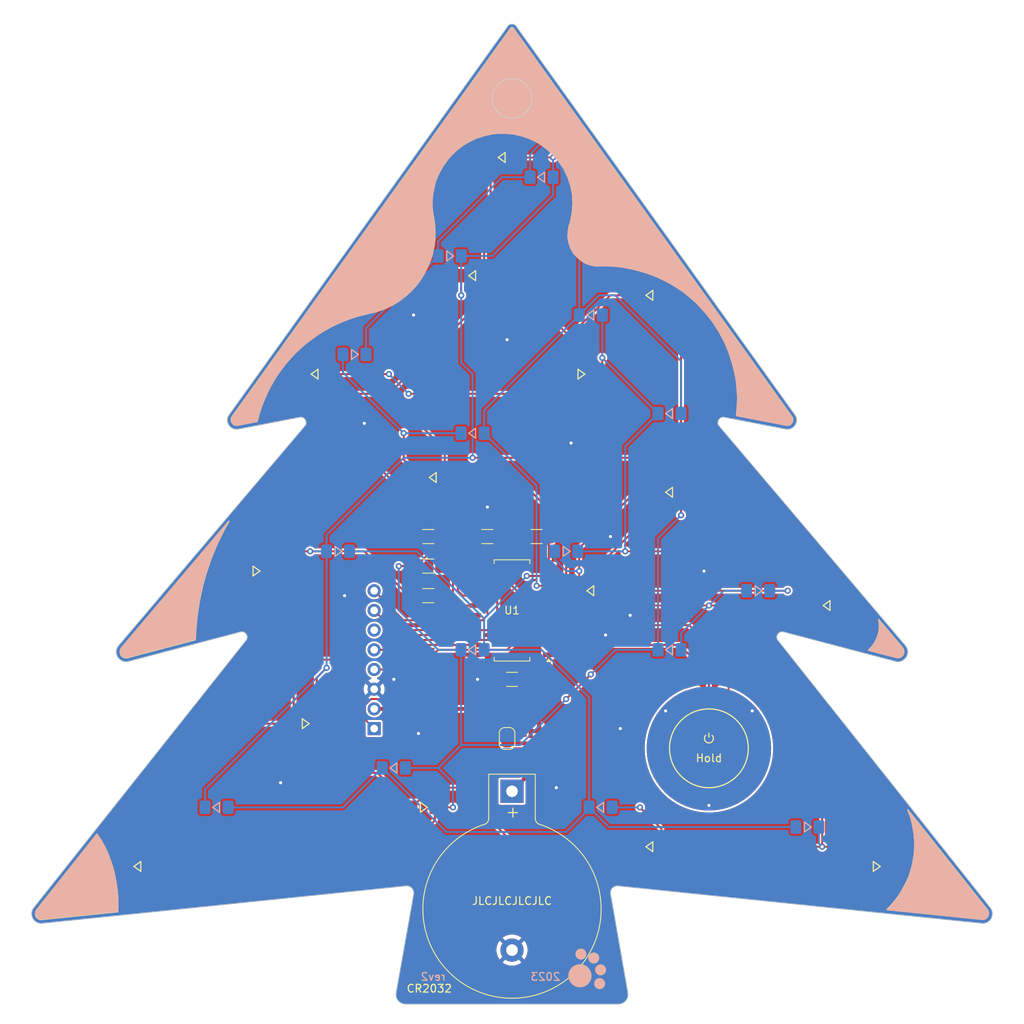
<source format=kicad_pcb>
(kicad_pcb (version 20241229) (generator "pcbnew") (generator_version "9.0")
  (layers (0 "F.Cu" signal) (2 "B.Cu" signal) (13 "F.Paste" user) (15 "B.Paste" user) (5 "F.SilkS" user "F.Silkscreen") (7 "B.SilkS" user "B.Silkscreen") (1 "F.Mask" user) (3 "B.Mask" user) (25 "Edge.Cuts" user))
  (net 0 "")
  (net 1 "VCC")
  (net 2 "GND")
  (net 3 "/VBATT")
  (net 4 "/ROW1")
  (net 5 "/C1")
  (net 6 "/C2")
  (net 7 "/C3")
  (net 8 "/TOUCH")
  (net 9 "/ROW2")
  (net 10 "/ROW3")
  (net 11 "/MCLR")
  (net 12 "/PGED")
  (net 14 "/PGEC")
  (net 15 "/COL1")
  (net 16 "/COL2")
  (net 17 "/COL3")
  (net 18 "/GRDA")
  (net 19 "/GRD")
  (net 20 "/GRDB")
  (net 23 "/TX{slash}SCL")
  (net 24 "/RX{slash}SDA")
  (net 25 "/COL4")
  (net 26 "/COL5")
  (footprint "Connector_PinHeader_2.54mm:PinHeader_1x08_P2.54mm_Vertical" (layer "F.Cu") (at 158.115 118.11 180)
    (property "Reference" "J1" (hide yes))
    (property "Value" "CONN_ICSP_UART")
  )
  (footprint "Package_SO:SO-20_12.8x7.5mm_P1.27mm" (layer "F.Cu") (at 175.895 102.87 180)
    (property "Reference" "U1")
    (property "Value" "PIC18F14 (SOP20/SSOP20)")
  )
  (footprint "Resistor_SMD:R_1206_3216Metric_Pad1.30x1.75mm_HandSolder" (layer "F.Cu") (at 165.1 97.155)
    (property "Reference" "R2" (hide yes))
    (property "Value" "68")
  )
  (footprint "WinterDeco:LED_1206_3216Metric_Pad1.42x1.75mm_Arrow_HandSolder" (layer "F.Cu") (at 127.635 135.89)
    (property "Reference" "DB23" (hide yes))
    (property "Value" "LED")
  )
  (footprint "WinterDeco:LED_1206_3216Metric_Pad1.42x1.75mm_Arrow_HandSolder" (layer "F.Cu") (at 164.465 128.27 180)
    (property "Reference" "DF23" (hide yes))
    (property "Value" "LED")
  )
  (footprint "WinterDeco:Touch Sensor Thin" (layer "F.Cu") (at 201.295 120.655 180)
    (property "Reference" "SW1" (hide yes))
    (property "Value" "TOUCH_SENSOR")
  )
  (footprint "Resistor_SMD:R_1206_3216Metric_Pad1.30x1.75mm_HandSolder" (layer "F.Cu") (at 179.07 93.345)
    (property "Reference" "R5" (hide yes))
    (property "Value" "4k7")
  )
  (footprint "WinterDeco:LED_1206_3216Metric_Pad1.42x1.75mm_Arrow_HandSolder" (layer "F.Cu") (at 165.735 85.725)
    (property "Reference" "DF21" (hide yes))
    (property "Value" "LED")
  )
  (footprint "Jumper:SolderJumper-2_P1.3mm_Open_RoundedPad1.0x1.5mm" (layer "F.Cu") (at 175.26 119.38 90)
    (property "Reference" "JP1" (hide yes))
    (property "Value" "JP_BYPASS_POLARITY_PROTECTION")
  )
  (footprint "WinterDeco:LED_1206_3216Metric_Pad1.42x1.75mm_Arrow_HandSolder" (layer "F.Cu") (at 184.785 72.39 180)
    (property "Reference" "DF31" (hide yes))
    (property "Value" "LED")
  )
  (footprint "WinterDeco:LED_1206_3216Metric_Pad1.42x1.75mm_Arrow_HandSolder" (layer "F.Cu") (at 174.625 44.45)
    (property "Reference" "DB11" (hide yes))
    (property "Value" "LED")
  )
  (footprint "Resistor_SMD:R_1206_3216Metric_Pad1.30x1.75mm_HandSolder" (layer "F.Cu") (at 165.1 100.965)
    (property "Reference" "R1" (hide yes))
    (property "Value" "68")
  )
  (footprint "WinterDeco:LED_1206_3216Metric_Pad1.42x1.75mm_Arrow_HandSolder" (layer "F.Cu") (at 170.815 59.69)
    (property "Reference" "DF11" (hide yes))
    (property "Value" "LED")
  )
  (footprint "WinterDeco:LED_1206_3216Metric_Pad1.42x1.75mm_Arrow_HandSolder" (layer "F.Cu") (at 142.875 97.79 180)
    (property "Reference" "DB13" (hide yes))
    (property "Value" "LED")
  )
  (footprint "WinterDeco:LED_1206_3216Metric_Pad1.42x1.75mm_Arrow_HandSolder" (layer "F.Cu") (at 186.055 100.33)
    (property "Reference" "DB12" (hide yes))
    (property "Value" "LED")
  )
  (footprint "Battery:BatteryHolder_Keystone_103_1x20mm" (layer "F.Cu") (at 175.895 126.195 -90)
    (property "Reference" "BT1")
    (property "Value" "CR2032")
  )
  (footprint "WinterDeco:LED_1206_3216Metric_Pad1.42x1.75mm_Arrow_HandSolder" (layer "F.Cu") (at 193.675 133.35)
    (property "Reference" "DB33" (hide yes))
    (property "Value" "LED")
  )
  (footprint "Capacitor_SMD:C_1206_3216Metric_Pad1.33x1.80mm_HandSolder" (layer "F.Cu") (at 175.895 111.76 180)
    (property "Reference" "C1" (hide yes))
    (property "Value" "100uF")
  )
  (footprint "WinterDeco:LED_1206_3216Metric_Pad1.42x1.75mm_Arrow_HandSolder" (layer "F.Cu") (at 216.535 102.235)
    (property "Reference" "DB32" (hide yes))
    (property "Value" "LED")
  )
  (footprint "WinterDeco:LED_1206_3216Metric_Pad1.42x1.75mm_Arrow_HandSolder" (layer "F.Cu") (at 193.675 62.23)
    (property "Reference" "DB21" (hide yes))
    (property "Value" "LED")
  )
  (footprint "Package_TO_SOT_SMD:SOT-23" (layer "F.Cu") (at 178.435 119.38 -90)
    (property "Reference" "Q1" (hide yes))
    (property "Value" "IRLML6402")
  )
  (footprint "Resistor_SMD:R_1206_3216Metric_Pad1.30x1.75mm_HandSolder" (layer "F.Cu") (at 165.1 93.345)
    (property "Reference" "R3" (hide yes))
    (property "Value" "68")
  )
  (footprint "WinterDeco:LED_1206_3216Metric_Pad1.42x1.75mm_Arrow_HandSolder" (layer "F.Cu") (at 222.885 135.89 180)
    (property "Reference" "DF33" (hide yes))
    (property "Value" "LED")
  )
  (footprint "WinterDeco:LED_1206_3216Metric_Pad1.42x1.75mm_Arrow_HandSolder" (layer "F.Cu") (at 150.495 72.39)
    (property "Reference" "DB31" (hide yes))
    (property "Value" "LED")
  )
  (footprint "WinterDeco:LED_1206_3216Metric_Pad1.42x1.75mm_Arrow_HandSolder" (layer "F.Cu") (at 196.215 87.63)
    (property "Reference" "DB22" (hide yes))
    (property "Value" "LED")
  )
  (footprint "WinterDeco:LED_1206_3216Metric_Pad1.42x1.75mm_Arrow_HandSolder" (layer "F.Cu") (at 149.225 117.475 180)
    (property "Reference" "DF13" (hide yes))
    (property "Value" "LED")
  )
  (footprint "Resistor_SMD:R_1206_3216Metric_Pad1.30x1.75mm_HandSolder" (layer "F.Cu") (at 172.72 93.345)
    (property "Reference" "R4" (hide yes))
    (property "Value" "3k3")
  )
  (footprint "WinterDeco:LED_1206_3216Metric_Pad1.42x1.75mm_Arrow_HandSolder" (layer "B.Cu") (at 160.655 123.19)
    (property "Reference" "DB25" (hide yes))
    (property "Value" "LED")
  )
  (footprint "WinterDeco:LED_1206_3216Metric_Pad1.42x1.75mm_Arrow_HandSolder" (layer "B.Cu") (at 153.4525 95.25 180)
    (property "Reference" "DB15" (hide yes))
    (property "Value" "LED")
  )
  (footprint "WinterDeco:LED_1206_3216Metric_Pad1.42x1.75mm_Arrow_HandSolder" (layer "B.Cu") (at 213.995 130.81 180)
    (property "Reference" "DF35" (hide yes))
    (property "Value" "LED")
  )
  (footprint "WinterDeco:LED_1206_3216Metric_Pad1.42x1.75mm_Arrow_HandSolder" (layer "B.Cu") (at 207.645 100.33 180)
    (property "Reference" "DF12" (hide yes))
    (property "Value" "LED")
  )
  (footprint "WinterDeco:LED_1206_3216Metric_Pad1.42x1.75mm_Arrow_HandSolder" (layer "B.Cu") (at 155.575 69.85 180)
    (property "Reference" "DB24" (hide yes))
    (property "Value" "LED")
  )
  (footprint "WinterDeco:LED_1206_3216Metric_Pad1.42x1.75mm_Arrow_HandSolder" (layer "B.Cu") (at 182.88 95.25 180)
    (property "Reference" "DF32" (hide yes))
    (property "Value" "LED")
  )
  (footprint "WinterDeco:LED_1206_3216Metric_Pad1.42x1.75mm_Arrow_HandSolder" (layer "B.Cu") (at 187.325 128.27)
    (property "Reference" "DB35" (hide yes))
    (property "Value" "LED")
  )
  (footprint "WinterDeco:LED_1206_3216Metric_Pad1.42x1.75mm_Arrow_HandSolder" (layer "B.Cu") (at 170.815 80.01)
    (property "Reference" "DF24" (hide yes))
    (property "Value" "LED")
  )
  (footprint "WinterDeco:LED_1206_3216Metric_Pad1.42x1.75mm_Arrow_HandSolder" (layer "B.Cu") (at 179.705 46.99)
    (property "Reference" "DB14" (hide yes))
    (property "Value" "LED")
  )
  (footprint "WinterDeco:LED_1206_3216Metric_Pad1.42x1.75mm_Arrow_HandSolder" (layer "B.Cu") (at 196.215 77.47)
    (property "Reference" "DF34" (hide yes))
    (property "Value" "LED")
  )
  (footprint "WinterDeco:LED_1206_3216Metric_Pad1.42x1.75mm_Arrow_HandSolder" (layer "B.Cu") (at 167.8575 57.15 180)
    (property "Reference" "DF14" (hide yes))
    (property "Value" "LED")
  )
  (footprint "WinterDeco:LED_1206_3216Metric_Pad1.42x1.75mm_Arrow_HandSolder" (layer "B.Cu") (at 137.795 128.27)
    (property "Reference" "DF15" (hide yes))
    (property "Value" "LED")
  )
  (footprint "WinterDeco:LED_1206_3216Metric_Pad1.42x1.75mm_Arrow_HandSolder" (layer "B.Cu") (at 186.055 64.77)
    (property "Reference" "DB34" (hide yes))
    (property "Value" "LED")
  )
  (footprint "WinterDeco:LED_1206_3216Metric_Pad1.42x1.75mm_Arrow_HandSolder" (layer "B.Cu") (at 196.215 107.95)
    (property "Reference" "DF22" (hide yes))
    (property "Value" "LED")
  )
  (footprint "WinterDeco:LED_1206_3216Metric_Pad1.42x1.75mm_Arrow_HandSolder" (layer "B.Cu") (at 170.815 107.95)
    (property "Reference" "DF25" (hide yes))
    (property "Value" "LED")
  )
  (gr_line (start 201.295 119.2072) (end 201.295 118.6992) (stroke (width 0.153)) (layer "F.SilkS"))
  (gr_poly (pts (xy 122.7074 132.2628) (xy 122.9868 132.72) (xy 123.2154 133.1264) (xy 123.4186 133.5074) (xy 123.5964 133.863) (xy 123.7742 134.2948) (xy 123.952 134.752) (xy 124.1298 135.2346) (xy 124.2568 135.6156) (xy 124.4092 136.0982) (xy 124.5362 136.5808) (xy 124.6632 137.1396) (xy 124.7648 137.6476) (xy 124.8664 138.2572) (xy 124.9426 138.7906) (xy 124.9934 139.2986) (xy 125.0442 139.9082) (xy 125.0696 140.4416) (xy 125.0696 141.3306) (xy 125.0442 141.737) (xy 115.3922 142.7276) (xy 115.1128 142.753) (xy 114.9096 142.7022) (xy 114.7572 142.626) (xy 114.6556 142.5498) (xy 114.554 142.4482) (xy 114.4778 142.2958) (xy 114.427 142.118) (xy 114.427 141.9402) (xy 114.4524 141.7878) (xy 114.554 141.5846) (xy 114.681 141.4068) (xy 122.3518 131.7548)) (stroke (width 0.15)) (fill yes) (layer "F.SilkS"))
  (gr_poly (pts (xy 138.684 92.6388) (xy 138.1252 93.7564) (xy 137.7696 94.5184) (xy 137.4394 95.3312) (xy 137.0838 96.1948) (xy 136.7282 97.2362) (xy 136.4996 97.922) (xy 136.2964 98.5824) (xy 136.0678 99.4206) (xy 135.8646 100.2588) (xy 135.6868 101.097) (xy 135.5344 101.8844) (xy 135.4328 102.5702) (xy 135.3058 103.383) (xy 135.2296 104.0942) (xy 135.1534 104.8816) (xy 135.1026 105.5928) (xy 135.0518 106.6596) (xy 126.5682 108.8948) (xy 126.3142 108.971) (xy 126.111 108.9964) (xy 125.9332 108.971) (xy 125.8062 108.9202) (xy 125.7046 108.8694) (xy 125.603 108.7932) (xy 125.5014 108.6916) (xy 125.4252 108.5646) (xy 125.3744 108.4122) (xy 125.349 108.2344) (xy 125.349 108.082) (xy 125.4252 107.8788) (xy 125.5268 107.7264) (xy 139.3698 91.3942)) (stroke (width 0.15)) (fill yes) (layer "F.SilkS"))
  (gr_circle (center 175.895 36.835) (end 179.07 36.835) (stroke (width 0.05)) (fill no) (layer "F.SilkS"))
  (gr_poly (pts (xy 176.020767 27.739745) (xy 176.071567 27.790545) (xy 211.860167 77.701545) (xy 212.037967 77.930145) (xy 212.088767 78.057145) (xy 212.114167 78.184145) (xy 212.114167 78.311145) (xy 212.088767 78.438145) (xy 212.037967 78.565145) (xy 211.961767 78.692145) (xy 211.860167 78.793745) (xy 211.733167 78.895345) (xy 211.580767 78.946145) (xy 211.428367 78.971545) (xy 211.275967 78.946145) (xy 204.849767 77.701545) (xy 204.951367 76.634745) (xy 205.002167 75.440945) (xy 204.951367 74.551945) (xy 204.849767 73.383545) (xy 204.671967 72.342145) (xy 204.341767 71.021345) (xy 203.884567 69.598945) (xy 203.376567 68.328945) (xy 202.614567 66.906545) (xy 201.852567 65.712745) (xy 200.912767 64.493545) (xy 199.769767 63.248945) (xy 198.829967 62.410745) (xy 197.940967 61.699545) (xy 196.975767 61.064545) (xy 195.934367 60.454945) (xy 194.638967 59.819945) (xy 193.445167 59.362745) (xy 192.276767 59.007145) (xy 191.133767 58.727745) (xy 189.660567 58.473745) (xy 188.034967 58.372145) (xy 187.196767 58.397545) (xy 186.714167 58.397545) (xy 186.104567 58.295945) (xy 185.469567 58.092745) (xy 184.859967 57.737145) (xy 184.326567 57.279945) (xy 183.869367 56.797345) (xy 183.437567 56.035345) (xy 183.208967 55.273345) (xy 183.107367 54.612945) (xy 183.132767 54.104945) (xy 183.234367 53.419145) (xy 183.488367 52.555545) (xy 183.691567 51.387145) (xy 183.767767 50.345745) (xy 183.691567 49.126545) (xy 183.488367 48.110545) (xy 183.107367 46.967545) (xy 182.599367 45.875345) (xy 182.040567 45.062545) (xy 181.380167 44.198945) (xy 180.516567 43.411545) (xy 179.779967 42.852745) (xy 179.322767 42.547945) (xy 178.840167 42.293945) (xy 178.154367 41.963745) (xy 177.214567 41.633545) (xy 176.096967 41.379545) (xy 175.080967 41.277945) (xy 174.191967 41.277945) (xy 173.379167 41.354145) (xy 172.236167 41.608145) (xy 171.321767 41.912945) (xy 170.458167 42.319345) (xy 169.975567 42.598745) (xy 169.518367 42.878145) (xy 168.756367 43.462345) (xy 168.095967 44.097345) (xy 167.638767 44.605345) (xy 167.029167 45.468945) (xy 166.495767 46.383345) (xy 166.063967 47.399345) (xy 165.860767 48.161345) (xy 165.682967 48.999545) (xy 165.581367 49.939345) (xy 165.581367 50.752145) (xy 165.632167 51.285545) (xy 165.733767 51.945945) (xy 165.835367 52.555545) (xy 165.911567 53.190545) (xy 165.962367 54.130345) (xy 165.936967 55.019345) (xy 165.835367 55.806745) (xy 165.606767 56.924345) (xy 165.378167 57.660945) (xy 165.098767 58.321345) (xy 164.692367 59.184945) (xy 164.260567 59.921545) (xy 163.955767 60.378745) (xy 163.523967 60.937545) (xy 162.888967 61.623345) (xy 162.279367 62.182145) (xy 161.796767 62.563145) (xy 161.339567 62.918745) (xy 160.552167 63.401345) (xy 159.840967 63.756945) (xy 159.307567 63.985545) (xy 158.316967 64.315745) (xy 157.554967 64.493545) (xy 155.929367 64.899945) (xy 155.421367 65.052345) (xy 154.760967 65.280945) (xy 153.694167 65.712745) (xy 152.754367 66.144545) (xy 151.560567 66.804945) (xy 150.874767 67.236745) (xy 150.620767 67.414545) (xy 150.061967 67.820945) (xy 149.452367 68.278145) (xy 149.071367 68.608345) (xy 148.537967 69.065545) (xy 147.979167 69.598945) (xy 147.471167 70.132345) (xy 146.734567 70.970545) (xy 145.972567 71.961145) (xy 145.540767 72.596145) (xy 145.261367 73.053345) (xy 144.804167 73.840745) (xy 144.550167 74.323345) (xy 144.397767 74.628145) (xy 144.118367 75.237745) (xy 143.788167 76.025145) (xy 143.483367 76.837945) (xy 143.254767 77.599945) (xy 143.026167 78.463545) (xy 140.536967 78.946145) (xy 140.359167 78.971545) (xy 140.232167 78.946145) (xy 140.054367 78.895345) (xy 139.927367 78.793745) (xy 139.825767 78.692145) (xy 139.724167 78.514345) (xy 139.673367 78.336545) (xy 139.673367 78.234945) (xy 139.698767 78.082545) (xy 139.774967 77.904745) (xy 175.665167 27.866745) (xy 175.741367 27.765145) (xy 175.792167 27.714345) (xy 175.868367 27.688945) (xy 175.919167 27.688945)) (stroke (width 0.15)) (fill yes) (layer "F.SilkS"))
  (gr_poly (pts (xy 237.133167 141.379345) (xy 237.285567 141.582545) (xy 237.336367 141.709545) (xy 237.361767 141.861945) (xy 237.361767 142.014345) (xy 237.310967 142.217545) (xy 237.260167 142.319145) (xy 237.133167 142.471545) (xy 237.006167 142.573145) (xy 236.853767 142.649345) (xy 236.675967 142.700145) (xy 236.421967 142.674745) (xy 224.280767 141.430145) (xy 224.890367 140.795145) (xy 225.576167 139.956945) (xy 226.084167 139.194945) (xy 226.592167 138.255145) (xy 227.074767 137.264545) (xy 227.379567 136.299345) (xy 227.608167 135.359545) (xy 227.760567 134.445145) (xy 227.836767 133.352945) (xy 227.811367 132.336945) (xy 227.735167 131.498745) (xy 227.531967 130.381145) (xy 227.303367 129.492145) (xy 226.947767 128.577745)) (stroke (width 0.15)) (fill yes) (layer "F.SilkS"))
  (gr_poly (pts (xy 226.160367 107.546545) (xy 226.287367 107.698945) (xy 226.363567 107.825945) (xy 226.414367 107.952945) (xy 226.439767 108.130745) (xy 226.439767 108.283145) (xy 226.388967 108.435545) (xy 226.338167 108.562545) (xy 226.261967 108.664145) (xy 226.185767 108.740345) (xy 226.084167 108.816545) (xy 225.982567 108.867345) (xy 225.855567 108.918145) (xy 225.652367 108.943545) (xy 225.499967 108.918145) (xy 225.398367 108.892745) (xy 221.893167 107.978345) (xy 222.223367 107.648145) (xy 222.426567 107.394145) (xy 222.629767 107.089345) (xy 222.883767 106.632145) (xy 223.061567 106.200345) (xy 223.188567 105.768545) (xy 223.264767 105.336745) (xy 223.290167 104.955745) (xy 223.290167 104.777945) (xy 223.264767 104.498545) (xy 223.239367 104.295345) (xy 223.188567 104.041345)) (stroke (width 0.15)) (fill yes) (layer "F.SilkS"))
  (gr_arc (start 201.7014 118.9786) (mid 201.295 119.959736) (end 200.8886 118.9786) (stroke (width 0.153)) (layer "F.SilkS"))
  (gr_poly (pts (xy 176.022 27.7926) (xy 176.0728 27.8434) (xy 211.8614 77.7544) (xy 212.0392 77.983) (xy 212.09 78.11) (xy 212.1154 78.237) (xy 212.1154 78.364) (xy 212.09 78.491) (xy 212.0392 78.618) (xy 211.963 78.745) (xy 211.8614 78.8466) (xy 211.7344 78.9482) (xy 211.582 78.999) (xy 211.4296 79.0244) (xy 211.2772 78.999) (xy 204.851 77.7544) (xy 204.9526 76.6876) (xy 205.0034 75.4938) (xy 204.9526 74.6048) (xy 204.851 73.4364) (xy 204.6732 72.395) (xy 204.343 71.0742) (xy 203.8858 69.6518) (xy 203.3778 68.3818) (xy 202.6158 66.9594) (xy 201.8538 65.7656) (xy 200.914 64.5464) (xy 199.771 63.3018) (xy 198.8312 62.4636) (xy 197.9422 61.7524) (xy 196.977 61.1174) (xy 195.9356 60.5078) (xy 194.6402 59.8728) (xy 193.4464 59.4156) (xy 192.278 59.06) (xy 191.135 58.7806) (xy 189.6618 58.5266) (xy 188.0362 58.425) (xy 187.198 58.4504) (xy 186.7154 58.4504) (xy 186.1058 58.3488) (xy 185.4708 58.1456) (xy 184.8612 57.79) (xy 184.3278 57.3328) (xy 183.8706 56.8502) (xy 183.4388 56.0882) (xy 183.2102 55.3262) (xy 183.1086 54.6658) (xy 183.134 54.1578) (xy 183.2356 53.472) (xy 183.4896 52.6084) (xy 183.6928 51.44) (xy 183.769 50.3986) (xy 183.6928 49.1794) (xy 183.4896 48.1634) (xy 183.1086 47.0204) (xy 182.6006 45.9282) (xy 182.0418 45.1154) (xy 181.3814 44.2518) (xy 180.5178 43.4644) (xy 179.7812 42.9056) (xy 179.324 42.6008) (xy 178.8414 42.3468) (xy 178.1556 42.0166) (xy 177.2158 41.6864) (xy 176.0982 41.4324) (xy 175.0822 41.3308) (xy 174.1932 41.3308) (xy 173.3804 41.407) (xy 172.2374 41.661) (xy 171.323 41.9658) (xy 170.4594 42.3722) (xy 169.9768 42.6516) (xy 169.5196 42.931) (xy 168.7576 43.5152) (xy 168.0972 44.1502) (xy 167.64 44.6582) (xy 167.0304 45.5218) (xy 166.497 46.4362) (xy 166.0652 47.4522) (xy 165.862 48.2142) (xy 165.6842 49.0524) (xy 165.5826 49.9922) (xy 165.5826 50.805) (xy 165.6334 51.3384) (xy 165.735 51.9988) (xy 165.8366 52.6084) (xy 165.9128 53.2434) (xy 165.9636 54.1832) (xy 165.9382 55.0722) (xy 165.8366 55.8596) (xy 165.608 56.9772) (xy 165.3794 57.7138) (xy 165.1 58.3742) (xy 164.6936 59.2378) (xy 164.2618 59.9744) (xy 163.957 60.4316) (xy 163.5252 60.9904) (xy 162.8902 61.6762) (xy 162.2806 62.235) (xy 161.798 62.616) (xy 161.3408 62.9716) (xy 160.5534 63.4542) (xy 159.8422 63.8098) (xy 159.3088 64.0384) (xy 158.3182 64.3686) (xy 157.5562 64.5464) (xy 155.9306 64.9528) (xy 155.4226 65.1052) (xy 154.7622 65.3338) (xy 153.6954 65.7656) (xy 152.7556 66.1974) (xy 151.5618 66.8578) (xy 150.876 67.2896) (xy 150.622 67.4674) (xy 150.0632 67.8738) (xy 149.4536 68.331) (xy 149.0726 68.6612) (xy 148.5392 69.1184) (xy 147.9804 69.6518) (xy 147.4724 70.1852) (xy 146.7358 71.0234) (xy 145.9738 72.014) (xy 145.542 72.649) (xy 145.2626 73.1062) (xy 144.8054 73.8936) (xy 144.5514 74.3762) (xy 144.399 74.681) (xy 144.1196 75.2906) (xy 143.7894 76.078) (xy 143.4846 76.8908) (xy 143.256 77.6528) (xy 143.0274 78.5164) (xy 140.5382 78.999) (xy 140.3604 79.0244) (xy 140.2334 78.999) (xy 140.0556 78.9482) (xy 139.9286 78.8466) (xy 139.827 78.745) (xy 139.7254 78.5672) (xy 139.6746 78.3894) (xy 139.6746 78.2878) (xy 139.7 78.1354) (xy 139.7762 77.9576) (xy 175.6664 27.9196) (xy 175.7426 27.818) (xy 175.7934 27.7672) (xy 175.8696 27.7418) (xy 175.9204 27.7418)) (stroke (width 0.15)) (fill yes) (layer "B.SilkS"))
  (gr_circle (center 184.658 149.992) (end 183.238097 149.992) (stroke (width 0.15)) (fill yes) (layer "B.SilkS"))
  (gr_poly (pts (xy 237.1344 141.4322) (xy 237.2868 141.6354) (xy 237.3376 141.7624) (xy 237.363 141.9148) (xy 237.363 142.0672) (xy 237.3122 142.2704) (xy 237.2614 142.372) (xy 237.1344 142.5244) (xy 237.0074 142.626) (xy 236.855 142.7022) (xy 236.6772 142.753) (xy 236.4232 142.7276) (xy 224.282 141.483) (xy 224.8916 140.848) (xy 225.5774 140.0098) (xy 226.0854 139.2478) (xy 226.5934 138.308) (xy 227.076 137.3174) (xy 227.3808 136.3522) (xy 227.6094 135.4124) (xy 227.7618 134.498) (xy 227.838 133.4058) (xy 227.8126 132.3898) (xy 227.7364 131.5516) (xy 227.5332 130.434) (xy 227.3046 129.545) (xy 226.949 128.6306)) (stroke (width 0.15)) (fill yes) (layer "B.SilkS"))
  (gr_poly (pts (xy 138.682767 92.585945) (xy 138.123967 93.703545) (xy 137.768367 94.465545) (xy 137.438167 95.278345) (xy 137.082567 96.141945) (xy 136.726967 97.183345) (xy 136.498367 97.869145) (xy 136.295167 98.529545) (xy 136.066567 99.367745) (xy 135.863367 100.205945) (xy 135.685567 101.044145) (xy 135.533167 101.831545) (xy 135.431567 102.517345) (xy 135.304567 103.330145) (xy 135.228367 104.041345) (xy 135.152167 104.828745) (xy 135.101367 105.539945) (xy 135.050567 106.606745) (xy 126.566967 108.841945) (xy 126.312967 108.918145) (xy 126.109767 108.943545) (xy 125.931967 108.918145) (xy 125.804967 108.867345) (xy 125.703367 108.816545) (xy 125.601767 108.740345) (xy 125.500167 108.638745) (xy 125.423967 108.511745) (xy 125.373167 108.359345) (xy 125.347767 108.181545) (xy 125.347767 108.029145) (xy 125.423967 107.825945) (xy 125.525567 107.673545) (xy 139.368567 91.341345)) (stroke (width 0.15)) (fill yes) (layer "B.SilkS"))
  (gr_poly (pts (xy 226.1616 107.5994) (xy 226.2886 107.7518) (xy 226.3648 107.8788) (xy 226.4156 108.0058) (xy 226.441 108.1836) (xy 226.441 108.336) (xy 226.3902 108.4884) (xy 226.3394 108.6154) (xy 226.2632 108.717) (xy 226.187 108.7932) (xy 226.0854 108.8694) (xy 225.9838 108.9202) (xy 225.8568 108.971) (xy 225.6536 108.9964) (xy 225.5012 108.971) (xy 225.3996 108.9456) (xy 221.8944 108.0312) (xy 222.2246 107.701) (xy 222.4278 107.447) (xy 222.631 107.1422) (xy 222.885 106.685) (xy 223.0628 106.2532) (xy 223.1898 105.8214) (xy 223.266 105.3896) (xy 223.2914 105.0086) (xy 223.2914 104.8308) (xy 223.266 104.5514) (xy 223.2406 104.3482) (xy 223.1898 104.0942)) (stroke (width 0.15)) (fill yes) (layer "B.SilkS"))
  (gr_poly (pts (xy 122.706167 132.209945) (xy 122.985567 132.667145) (xy 123.214167 133.073545) (xy 123.417367 133.454545) (xy 123.595167 133.810145) (xy 123.772967 134.241945) (xy 123.950767 134.699145) (xy 124.128567 135.181745) (xy 124.255567 135.562745) (xy 124.407967 136.045345) (xy 124.534967 136.527945) (xy 124.661967 137.086745) (xy 124.763567 137.594745) (xy 124.865167 138.204345) (xy 124.941367 138.737745) (xy 124.992167 139.245745) (xy 125.042967 139.855345) (xy 125.068367 140.388745) (xy 125.068367 141.277745) (xy 125.042967 141.684145) (xy 115.390967 142.674745) (xy 115.111567 142.700145) (xy 114.908367 142.649345) (xy 114.755967 142.573145) (xy 114.654367 142.496945) (xy 114.552767 142.395345) (xy 114.476567 142.242945) (xy 114.425767 142.065145) (xy 114.425767 141.887345) (xy 114.451167 141.734945) (xy 114.552767 141.531745) (xy 114.679767 141.353945) (xy 122.350567 131.701945)) (stroke (width 0.15)) (fill yes) (layer "B.SilkS"))
  (gr_circle (center 186.436 147.706) (end 185.801 147.706) (stroke (width 0.15)) (fill yes) (layer "B.SilkS"))
  (gr_circle (center 187.198 151.008) (end 186.563 151.008) (stroke (width 0.15)) (fill yes) (layer "B.SilkS"))
  (gr_circle (center 184.785 147.198) (end 184.15 147.198) (stroke (width 0.15)) (fill yes) (layer "B.SilkS"))
  (gr_circle (center 187.325 149.23) (end 186.69 149.23) (stroke (width 0.15)) (fill yes) (layer "B.SilkS"))
  (gr_line (start 236.601 143.261) (end 189.611 138.435) (stroke (width 0.1)) (layer "Edge.Cuts"))
  (gr_line (start 202.565 78.999) (end 226.695 107.447) (stroke (width 0.1)) (layer "Edge.Cuts"))
  (gr_line (start 139.319 77.729) (end 175.387 27.437) (stroke (width 0.1)) (layer "Edge.Cuts"))
  (gr_arc (start 175.387 27.437) (mid 175.895 27.22658) (end 176.403 27.437) (stroke (width 0.1)) (layer "Edge.Cuts"))
  (gr_line (start 211.191916 79.507) (end 203.327 77.983) (stroke (width 0.1)) (layer "Edge.Cuts"))
  (gr_arc (start 212.471 77.729) (mid 212.3948 79.023249) (end 211.191916 79.507) (stroke (width 0.1)) (layer "Edge.Cuts"))
  (gr_arc (start 188.634103 139.437966) (mid 188.86449 138.685121) (end 189.611 138.435) (stroke (width 0.1)) (layer "Edge.Cuts"))
  (gr_line (start 188.634103 139.437966) (end 190.856337 152.155933) (stroke (width 0.1)) (layer "Edge.Cuts"))
  (gr_arc (start 115.189 143.261) (mid 114.053077 142.558961) (end 114.173 141.229) (stroke (width 0.1)) (layer "Edge.Cuts"))
  (gr_arc (start 190.856337 152.155933) (mid 190.593144 153.210166) (end 189.611 153.675) (stroke (width 0.1)) (layer "Edge.Cuts"))
  (gr_arc (start 237.617 141.229) (mid 237.736923 142.558961) (end 236.601 143.261) (stroke (width 0.1)) (layer "Edge.Cuts"))
  (gr_arc (start 140.598084 79.507) (mid 139.395167 79.023273) (end 139.319 77.729) (stroke (width 0.1)) (layer "Edge.Cuts"))
  (gr_arc (start 126.365 109.479) (mid 125.032159 108.899142) (end 125.095 107.447) (stroke (width 0.1)) (layer "Edge.Cuts"))
  (gr_arc (start 226.695 107.447) (mid 226.757824 108.899132) (end 225.425 109.479) (stroke (width 0.1)) (layer "Edge.Cuts"))
  (gr_line (start 125.095 107.447) (end 149.225 78.999) (stroke (width 0.1)) (layer "Edge.Cuts"))
  (gr_arc (start 162.179 153.675) (mid 161.196856 153.210166) (end 160.933663 152.155933) (stroke (width 0.1)) (layer "Edge.Cuts"))
  (gr_arc (start 210.185 106.685) (mid 210.207748 105.908344) (end 210.947 105.669) (stroke (width 0.1)) (layer "Edge.Cuts"))
  (gr_line (start 176.403 27.437) (end 212.471 77.729) (stroke (width 0.1)) (layer "Edge.Cuts"))
  (gr_line (start 225.425 109.479) (end 210.947 105.669) (stroke (width 0.1)) (layer "Edge.Cuts"))
  (gr_line (start 189.611 153.675) (end 162.179 153.675) (stroke (width 0.1)) (layer "Edge.Cuts"))
  (gr_arc (start 148.463 77.983) (mid 149.184685 78.235486) (end 149.225 78.999) (stroke (width 0.1)) (layer "Edge.Cuts"))
  (gr_arc (start 162.179 138.435) (mid 162.944192 138.685808) (end 163.195 139.451) (stroke (width 0.1)) (layer "Edge.Cuts"))
  (gr_line (start 140.843 105.669) (end 126.365 109.479) (stroke (width 0.1)) (layer "Edge.Cuts"))
  (gr_circle (center 175.895 36.835) (end 175.895 39.375) (stroke (width 0.1)) (fill no) (layer "Edge.Cuts"))
  (gr_arc (start 202.565 78.999) (mid 202.605315 78.235486) (end 203.327 77.983) (stroke (width 0.1)) (layer "Edge.Cuts"))
  (gr_line (start 210.185 106.685) (end 237.617 141.229) (stroke (width 0.1)) (layer "Edge.Cuts"))
  (gr_line (start 148.463 77.983) (end 140.598084 79.507) (stroke (width 0.1)) (layer "Edge.Cuts"))
  (gr_line (start 114.173 141.229) (end 141.605 106.685) (stroke (width 0.1)) (layer "Edge.Cuts"))
  (gr_line (start 160.933663 152.155933) (end 163.195 139.451) (stroke (width 0.1)) (layer "Edge.Cuts"))
  (gr_line (start 162.179 138.435) (end 115.189 143.261) (stroke (width 0.1)) (layer "Edge.Cuts"))
  (gr_arc (start 140.843 105.669) (mid 141.582312 105.908299) (end 141.605 106.685) (stroke (width 0.1)) (layer "Edge.Cuts"))
  (gr_text "JLCJLCJLCJLC" (at 175.895 140.34 0) (layer "F.SilkS") (effects (font (size 1 1) (thickness 0.153))))
  (gr_text "CR2032" (at 165.227 151.643 0) (layer "F.SilkS") (effects (font (size 1 1) (thickness 0.153))))
  (gr_text "Hold" (at 201.295 121.925 0) (layer "F.SilkS") (effects (font (size 1 1) (thickness 0.153))))
  (gr_text "2023" (at 180.213 150.119 0) (layer "B.SilkS") (effects (font (size 1 1) (thickness 0.153)) (justify mirror)))
  (gr_text "rev2" (at 165.735 150.119 0) (layer "B.SilkS") (effects (font (size 1 1) (thickness 0.153)) (justify mirror)))
  (segment (start 177.485 111.7875) (end 177.4575 111.76) (width 0.5) (layer "F.Cu") (net 1))
  (segment (start 177.485 118.4425) (end 177.485 111.7875) (width 0.5) (layer "F.Cu") (net 1))
  (segment (start 177.1975 118.745) (end 177.485 118.4575) (width 0.5) (layer "F.Cu") (net 1))
  (segment (start 177.4575 111.76) (end 173.6475 115.57) (width 0.5) (layer "F.Cu") (net 1))
  (segment (start 179.07 111.76) (end 180.645 110.185) (width 0.5) (layer "F.Cu") (net 1))
  (segment (start 173.6475 115.57) (end 158.115 115.57) (width 0.5) (layer "F.Cu") (net 1))
  (segment (start 180.645 110.185) (end 180.645 108.585) (width 0.5) (layer "F.Cu") (net 1))
  (segment (start 177.4575 111.76) (end 179.07 111.76) (width 0.5) (layer "F.Cu") (net 1))
  (segment (start 175.26 118.745) (end 177.1975 118.745) (width 0.5) (layer "F.Cu") (net 1))
  (via (at 172.72 89.535) (size 0.8) (drill 0.4) (layers "F.Cu" "B.Cu") (net 2))
  (via (at 154.305 100.965) (size 0.8) (drill 0.4) (layers "F.Cu" "B.Cu") (net 2))
  (via (at 175.26 67.945) (size 0.8) (drill 0.4) (layers "F.Cu" "B.Cu") (net 2))
  (via (at 146.05 125.095) (size 0.8) (drill 0.4) (layers "F.Cu" "B.Cu") (net 2))
  (via (at 187.96 106.045) (size 0.8) (drill 0.4) (layers "F.Cu" "B.Cu") (net 2))
  (via (at 160.655 111.76) (size 0.8) (drill 0.4) (layers "F.Cu" "B.Cu") (net 2))
  (via (at 171.45 111.76) (size 0.8) (drill 0.4) (layers "F.Cu" "B.Cu") (net 2))
  (via (at 200.66 97.79) (size 0.8) (drill 0.4) (layers "F.Cu" "B.Cu") (net 2))
  (via (at 163.195 64.77) (size 0.8) (drill 0.4) (layers "F.Cu" "B.Cu") (net 2))
  (via (at 156.845 78.74) (size 0.8) (drill 0.4) (layers "F.Cu" "B.Cu") (net 2))
  (via (at 163.83 118.745) (size 0.8) (drill 0.4) (layers "F.Cu" "B.Cu") (net 2))
  (via (at 191.135 103.505) (size 0.8) (drill 0.4) (layers "F.Cu" "B.Cu") (net 2))
  (via (at 188.595 93.345) (size 0.8) (drill 0.4) (layers "F.Cu" "B.Cu") (net 2))
  (via (at 183.515 81.28) (size 0.8) (drill 0.4) (layers "F.Cu" "B.Cu") (net 2))
  (via (at 181.61 125.73) (size 0.8) (drill 0.4) (layers "F.Cu" "B.Cu") (net 2))
  (via (at 189.865 118.11) (size 0.8) (drill 0.4) (layers "F.Cu" "B.Cu") (net 2))
  (segment (start 175.895 126.182583) (end 178.435 123.642583) (width 0.5) (layer "F.Cu") (net 3))
  (segment (start 178.435 120.3175) (end 178.1325 120.015) (width 0.5) (layer "F.Cu") (net 3))
  (segment (start 178.435 123.642583) (end 178.435 120.3175) (width 0.5) (layer "F.Cu") (net 3))
  (segment (start 178.1325 120.015) (end 175.26 120.015) (width 0.5) (layer "F.Cu") (net 3))
  (segment (start 171.145 103.505) (end 169.19 103.505) (width 0.25) (layer "F.Cu") (net 4))
  (segment (start 169.19 103.505) (end 166.65 100.965) (width 0.25) (layer "F.Cu") (net 4))
  (segment (start 151.9825 110.2725) (end 150.7125 111.5425) (width 0.25) (layer "F.Cu") (net 5))
  (segment (start 149.86 95.25) (end 142.24 95.25) (width 0.25) (layer "F.Cu") (net 5))
  (segment (start 193.675 83.185) (end 196.215 85.725) (width 0.25) (layer "F.Cu") (net 5))
  (segment (start 141.3875 96.1025) (end 141.3875 97.79) (width 0.25) (layer "F.Cu") (net 5))
  (segment (start 162.56 100.965) (end 156.845 95.25) (width 0.25) (layer "F.Cu") (net 5))
  (segment (start 156.845 95.25) (end 149.86 95.25) (width 0.25) (layer "F.Cu") (net 5))
  (segment (start 142.24 95.25) (end 141.3875 96.1025) (width 0.25) (layer "F.Cu") (net 5))
  (segment (start 150.7125 111.5425) (end 150.7125 117.475) (width 0.25) (layer "F.Cu") (net 5))
  (segment (start 187.5425 100.33) (end 211.455 100.33) (width 0.25) (layer "F.Cu") (net 5))
  (segment (start 181.1925 44.45) (end 176.1125 44.45) (width 0.25) (layer "F.Cu") (net 5))
  (segment (start 170.815 83.185) (end 193.675 83.185) (width 0.25) (layer "F.Cu") (net 5))
  (segment (start 169.345 62.23) (end 169.3275 62.2125) (width 0.25) (layer "F.Cu") (net 5))
  (segment (start 169.3275 62.2125) (end 169.3275 59.69) (width 0.25) (layer "F.Cu") (net 5))
  (segment (start 196.215 85.725) (end 196.215 87.97939) (width 0.25) (layer "F.Cu") (net 5))
  (segment (start 187.5425 96.65189) (end 187.5425 100.33) (width 0.25) (layer "F.Cu") (net 5))
  (segment (start 163.55 100.965) (end 162.56 100.965) (width 0.25) (layer "F.Cu") (net 5))
  (segment (start 196.215 87.97939) (end 187.5425 96.65189) (width 0.25) (layer "F.Cu") (net 5))
  (via (at 211.455 100.33) (size 0.8) (drill 0.4) (layers "F.Cu" "B.Cu") (net 5))
  (via (at 151.9825 110.2725) (size 0.8) (drill 0.4) (layers "F.Cu" "B.Cu") (net 5))
  (via (at 170.815 83.185) (size 0.8) (drill 0.4) (layers "F.Cu" "B.Cu") (net 5))
  (via (at 149.86 95.25) (size 0.8) (drill 0.4) (layers "F.Cu" "B.Cu") (net 5))
  (via (at 169.345 62.23) (size 0.8) (drill 0.4) (layers "F.Cu" "B.Cu") (net 5))
  (via (at 181.1925 44.45) (size 0.8) (drill 0.4) (layers "F.Cu" "B.Cu") (net 5))
  (segment (start 161.925 83.185) (end 151.9825 93.1275) (width 0.25) (layer "B.Cu") (net 5))
  (segment (start 170.815 83.185) (end 170.815 72.39) (width 0.25) (layer "B.Cu") (net 5))
  (segment (start 136.3075 128.27) (end 136.3075 125.9475) (width 0.25) (layer "B.Cu") (net 5))
  (segment (start 173.355 57.15) (end 181.1925 49.3125) (width 0.25) (layer "B.Cu") (net 5))
  (segment (start 151.9825 93.1275) (end 151.9825 110.2725) (width 0.25) (layer "B.Cu") (net 5))
  (segment (start 136.3075 125.9475) (end 151.9825 110.2725) (width 0.25) (layer "B.Cu") (net 5))
  (segment (start 173.355 57.15) (end 169.345 57.15) (width 0.25) (layer "B.Cu") (net 5))
  (segment (start 181.1925 46.99) (end 181.1925 44.45) (width 0.25) (layer "B.Cu") (net 5))
  (segment (start 170.815 83.185) (end 161.925 83.185) (width 0.25) (layer "B.Cu") (net 5))
  (segment (start 170.815 72.39) (end 169.345 70.92) (width 0.25) (layer "B.Cu") (net 5))
  (segment (start 181.1925 49.3125) (end 181.1925 46.99) (width 0.25) (layer "B.Cu") (net 5))
  (segment (start 149.86 95.25) (end 151.965 95.25) (width 0.25) (layer "B.Cu") (net 5))
  (segment (start 169.345 70.92) (end 169.345 62.23) (width 0.25) (layer "B.Cu") (net 5))
  (segment (start 169.345 62.23) (end 169.345 57.15) (width 0.25) (layer "B.Cu") (net 5))
  (segment (start 211.455 100.33) (end 209.1325 100.33) (width 0.25) (layer "B.Cu") (net 5))
  (segment (start 165.9525 129.9575) (end 165.9525 128.27) (width 0.25) (layer "F.Cu") (net 6))
  (segment (start 163.55 97.155) (end 161.29 97.155) (width 0.25) (layer "F.Cu") (net 6))
  (segment (start 197.7025 87.63) (end 197.7025 64.77) (width 0.25) (layer "F.Cu") (net 6))
  (segment (start 161.925 83.4025) (end 164.2475 85.725) (width 0.25) (layer "F.Cu") (net 6))
  (segment (start 197.7025 64.77) (end 195.1625 62.23) (width 0.25) (layer "F.Cu") (net 6))
  (segment (start 197.7025 87.63) (end 197.7025 90.5875) (width 0.25) (layer "F.Cu") (net 6))
  (segment (start 165.1 95.605) (end 165.1 88.4825) (width 0.25) (layer "F.Cu") (net 6))
  (segment (start 131.445 135.89) (end 135.89 131.445) (width 0.25) (layer "F.Cu") (net 6))
  (segment (start 161.925 80.01) (end 161.925 83.4025) (width 0.25) (layer "F.Cu") (net 6))
  (segment (start 164.2475 87.63) (end 164.2475 85.725) (width 0.25) (layer "F.Cu") (net 6))
  (segment (start 135.89 131.445) (end 164.465 131.445) (width 0.25) (layer "F.Cu") (net 6))
  (segment (start 186.055 111.125) (end 182.88 114.3) (width 0.25) (layer "F.Cu") (net 6))
  (segment (start 168.275 128.27) (end 165.9525 128.27) (width 0.25) (layer "F.Cu") (net 6))
  (segment (start 165.1 88.4825) (end 164.2475 87.63) (width 0.25) (layer "F.Cu") (net 6))
  (segment (start 163.55 97.155) (end 165.1 95.605) (width 0.25) (layer "F.Cu") (net 6))
  (segment (start 195.199 62.2715) (end 195.1625 62.235) (width 0.25) (layer "F.Cu") (net 6))
  (segment (start 129.1225 135.89) (end 131.445 135.89) (width 0.25) (layer "F.Cu") (net 6))
  (segment (start 164.465 131.445) (end 165.9525 129.9575) (width 0.25) (layer "F.Cu") (net 6))
  (via (at 168.275 128.27) (size 0.8) (drill 0.4) (layers "F.Cu" "B.Cu") (net 6))
  (via (at 182.88 114.3) (size 0.8) (drill 0.4) (layers "F.Cu" "B.Cu") (net 6))
  (via (at 197.7025 90.5875) (size 0.8) (drill 0.4) (layers "F.Cu" "B.Cu") (net 6))
  (via (at 161.29 97.155) (size 0.8) (drill 0.4) (layers "F.Cu" "B.Cu") (net 6))
  (via (at 186.055 111.125) (size 0.8) (drill 0.4) (layers "F.Cu" "B.Cu") (net 6))
  (via (at 161.925 80.01) (size 0.8) (drill 0.4) (layers "F.Cu" "B.Cu") (net 6))
  (segment (start 166.37 123.19) (end 168.275 125.095) (width 0.25) (layer "B.Cu") (net 6))
  (segment (start 166.37 107.95) (end 161.29 102.87) (width 0.25) (layer "B.Cu") (net 6))
  (segment (start 154.0875 72.1725) (end 154.0875 69.85) (width 0.25) (layer "B.Cu") (net 6))
  (segment (start 162.1425 123.19) (end 166.37 123.19) (width 0.25) (layer "B.Cu") (net 6))
  (segment (start 189.23 107.95) (end 186.055 111.125) (width 0.25) (layer "B.Cu") (net 6))
  (segment (start 161.29 102.87) (end 161.29 97.155) (width 0.25) (layer "B.Cu") (net 6))
  (segment (start 161.925 80.01) (end 154.0875 72.1725) (width 0.25) (layer "B.Cu") (net 6))
  (segment (start 169.3275 80.01) (end 161.925 80.01) (width 0.25) (layer "B.Cu") (net 6))
  (segment (start 169.3275 107.95) (end 166.37 107.95) (width 0.25) (layer "B.Cu") (net 6))
  (segment (start 194.7275 107.95) (end 189.23 107.95) (width 0.25) (layer "B.Cu") (net 6))
  (segment (start 182.88 114.3) (end 176.9475 120.2325) (width 0.25) (layer "B.Cu") (net 6))
  (segment (start 194.7275 93.5625) (end 194.7275 107.95) (width 0.25) (layer "B.Cu") (net 6))
  (segment (start 168.275 125.095) (end 168.275 128.27) (width 0.25) (layer "B.Cu") (net 6))
  (segment (start 166.37 123.19) (end 169.3275 120.2325) (width 0.25) (layer "B.Cu") (net 6))
  (segment (start 176.9475 120.2325) (end 169.3275 120.2325) (width 0.25) (layer "B.Cu") (net 6))
  (segment (start 169.3275 120.2325) (end 169.3275 107.95) (width 0.25) (layer "B.Cu") (net 6))
  (segment (start 197.7025 90.5875) (end 194.7275 93.5625) (width 0.25) (layer "B.Cu") (net 6))
  (segment (start 150.495 69.215) (end 151.9825 70.7025) (width 0.25) (layer "F.Cu") (net 7))
  (segment (start 147.955 75.565) (end 146.685 74.295) (width 0.25) (layer "F.Cu") (net 7))
  (segment (start 217.3875 104.14) (end 218.0225 103.505) (width 0.25) (layer "F.Cu") (net 7))
  (segment (start 223.52 133.35) (end 224.3725 134.2025) (width 0.25) (layer "F.Cu") (net 7))
  (segment (start 218.0225 103.505) (end 218.0225 102.235) (width 0.25) (layer "F.Cu") (net 7))
  (segment (start 146.685 74.295) (end 146.685 70.485) (width 0.25) (layer "F.Cu") (net 7))
  (segment (start 185.42 74.93) (end 186.2725 74.0775) (width 0.25) (layer "F.Cu") (net 7))
  (segment (start 224.3725 134.2025) (end 224.3725 135.89) (width 0.25) (layer "F.Cu") (net 7))
  (segment (start 195.1625 133.35) (end 195.1625 131.0275) (width 0.25) (layer "F.Cu") (net 7))
  (segment (start 195.1625 131.0275) (end 192.405 128.27) (width 0.25) (layer "F.Cu") (net 7))
  (segment (start 215.9 133.35) (end 215.9 118.11) (width 0.25) (layer "F.Cu") (net 7))
  (segment (start 195.1625 133.35) (end 215.9 133.35) (width 0.25) (layer "F.Cu") (net 7))
  (segment (start 151.9825 70.7025) (end 151.9825 72.39) (width 0.25) (layer "F.Cu") (net 7))
  (segment (start 186.2725 72.39) (end 187.5425 71.12) (width 0.25) (layer "F.Cu") (net 7))
  (segment (start 215.9 133.35) (end 223.52 133.35) (width 0.25) (layer "F.Cu") (net 7))
  (segment (start 187.5425 71.12) (end 187.5425 70.285) (width 0.25) (layer "F.Cu") (net 7))
  (segment (start 208.28 106.045) (end 210.185 104.14) (width 0.25) (layer "F.Cu") (net 7))
  (segment (start 146.685 70.485) (end 147.955 69.215) (width 0.25) (layer "F.Cu") (net 7))
  (segment (start 218.0225 100.5475) (end 212.725 95.25) (width 0.25) (layer "F.Cu") (net 7))
  (segment (start 208.28 110.49) (end 208.28 106.045) (width 0.25) (layer "F.Cu") (net 7))
  (segment (start 163.55 89.255) (end 149.86 75.565) (width 0.25) (layer "F.Cu") (net 7))
  (segment (start 218.0225 102.235) (end 218.0225 100.5475) (width 0.25) (layer "F.Cu") (net 7))
  (segment (start 149.86 75.565) (end 147.955 75.565) (width 0.25) (layer "F.Cu") (net 7))
  (segment (start 210.185 104.14) (end 217.3875 104.14) (width 0.25) (layer "F.Cu") (net 7))
  (segment (start 162.56 74.93) (end 185.42 74.93) (width 0.25) (layer "F.Cu") (net 7))
  (segment (start 160.02 72.39) (end 151.9825 72.39) (width 0.25) (layer "F.Cu") (net 7))
  (segment (start 163.55 93.345) (end 163.55 89.255) (width 0.25) (layer "F.Cu") (net 7))
  (segment (start 147.955 69.215) (end 150.495 69.215) (width 0.25) (layer "F.Cu") (net 7))
  (segment (start 212.725 95.25) (end 190.5 95.25) (width 0.25) (layer "F.Cu") (net 7))
  (segment (start 186.2725 74.0775) (end 186.2725 72.39) (width 0.25) (layer "F.Cu") (net 7))
  (segment (start 215.9 118.11) (end 208.28 110.49) (width 0.25) (layer "F.Cu") (net 7))
  (via (at 187.5425 70.285) (size 0.8) (drill 0.4) (layers "F.Cu" "B.Cu") (net 7))
  (via (at 192.405 128.27) (size 0.8) (drill 0.4) (layers "F.Cu" "B.Cu") (net 7))
  (via (at 162.56 74.93) (size 0.8) (drill 0.4) (layers "F.Cu" "B.Cu") (net 7))
  (via (at 215.9 133.35) (size 0.8) (drill 0.4) (layers "F.Cu" "B.Cu") (net 7))
  (via (at 190.5 95.25) (size 0.8) (drill 0.4) (layers "F.Cu" "B.Cu") (net 7))
  (via (at 160.02 72.39) (size 0.8) (drill 0.4) (layers "F.Cu" "B.Cu") (net 7))
  (segment (start 187.5425 64.77) (end 187.5425 70.285) (width 0.25) (layer "B.Cu") (net 7))
  (segment (start 215.4825 132.9325) (end 215.4825 130.81) (width 0.25) (layer "B.Cu") (net 7))
  (segment (start 184.3675 95.25) (end 190.5 95.25) (width 0.25) (layer "B.Cu") (net 7))
  (segment (start 215.9 133.35) (end 215.4825 132.9325) (width 0.25) (layer "B.Cu") (net 7))
  (segment (start 187.5425 70.285) (end 194.7275 77.47) (width 0.25) (layer "B.Cu") (net 7))
  (segment (start 190.5 95.25) (end 190.5 81.6975) (width 0.25) (layer "B.Cu") (net 7))
  (segment (start 190.5 81.6975) (end 194.7275 77.47) (width 0.25) (layer "B.Cu") (net 7))
  (segment (start 160.02 72.39) (end 162.56 74.93) (width 0.25) (layer "B.Cu") (net 7))
  (segment (start 188.8125 128.27) (end 192.405 128.27) (width 0.25) (layer "B.Cu") (net 7))
  (segment (start 180.645 107.315) (end 197.485 107.315) (width 0.25) (layer "F.Cu") (net 8))
  (segment (start 201.295 120.655) (end 201.295 111.125) (width 0.25) (layer "F.Cu") (net 8))
  (segment (start 197.485 107.315) (end 201.295 111.125) (width 0.25) (layer "F.Cu") (net 8))
  (segment (start 168.275 100.965) (end 168.275 98.78) (width 0.25) (layer "F.Cu") (net 9))
  (segment (start 168.275 98.78) (end 166.65 97.155) (width 0.25) (layer "F.Cu") (net 9))
  (segment (start 169.545 102.235) (end 168.275 100.965) (width 0.25) (layer "F.Cu") (net 9))
  (segment (start 171.145 102.235) (end 169.545 102.235) (width 0.25) (layer "F.Cu") (net 9))
  (segment (start 171.145 100.965) (end 169.545 100.965) (width 0.25) (layer "F.Cu") (net 10))
  (segment (start 169.545 100.965) (end 168.91 100.33) (width 0.25) (layer "F.Cu") (net 10))
  (segment (start 168.275 97.79) (end 168.275 94.97) (width 0.25) (layer "F.Cu") (net 10))
  (segment (start 168.91 100.33) (end 168.91 98.425) (width 0.25) (layer "F.Cu") (net 10))
  (segment (start 168.275 94.97) (end 166.65 93.345) (width 0.25) (layer "F.Cu") (net 10))
  (segment (start 168.91 98.425) (end 168.275 97.79) (width 0.25) (layer "F.Cu") (net 10))
  (segment (start 166.37 107.95) (end 160.02 114.3) (width 0.25) (layer "F.Cu") (net 11))
  (segment (start 178.435 104.775) (end 175.26 107.95) (width 0.25) (layer "F.Cu") (net 11))
  (segment (start 175.26 107.95) (end 166.37 107.95) (width 0.25) (layer "F.Cu") (net 11))
  (segment (start 156.94 116.935) (end 158.115 118.11) (width 0.25) (layer "F.Cu") (net 11))
  (segment (start 157.723299 114.3) (end 156.94 115.083299) (width 0.25) (layer "F.Cu") (net 11))
  (segment (start 156.94 115.083299) (end 156.94 116.935) (width 0.25) (layer "F.Cu") (net 11))
  (segment (start 160.02 114.3) (end 157.723299 114.3) (width 0.25) (layer "F.Cu") (net 11))
  (segment (start 180.645 104.775) (end 178.435 104.775) (width 0.25) (layer "F.Cu") (net 11))
  (segment (start 171.145 107.315) (end 164.1475 107.315) (width 0.25) (layer "F.Cu") (net 12))
  (segment (start 160.9725 110.49) (end 158.115 110.49) (width 0.25) (layer "F.Cu") (net 12))
  (segment (start 164.1475 107.315) (end 160.9725 110.49) (width 0.25) (layer "F.Cu") (net 12))
  (segment (start 163.5125 106.045) (end 171.145 106.045) (width 0.25) (layer "F.Cu") (net 14))
  (segment (start 161.6075 107.95) (end 163.5125 106.045) (width 0.25) (layer "F.Cu") (net 14))
  (segment (start 158.115 107.95) (end 161.6075 107.95) (width 0.25) (layer "F.Cu") (net 14))
  (segment (start 167.2225 82.1325) (end 160.02 74.93) (width 0.25) (layer "F.Cu") (net 15))
  (segment (start 172.3025 59.69) (end 172.3025 62.6475) (width 0.25) (layer "F.Cu") (net 15))
  (segment (start 172.3025 51.8525) (end 172.3025 59.69) (width 0.25) (layer "F.Cu") (net 15))
  (segment (start 183.2975 72.39) (end 183.2975 67.51) (width 0.25) (layer "F.Cu") (net 15))
  (segment (start 173.1375 44.45) (end 173.1375 51.0175) (width 0.25) (layer "F.Cu") (net 15))
  (segment (start 182.88 92.075) (end 176.53 85.725) (width 0.25) (layer "F.Cu") (net 15))
  (segment (start 151.5475 74.93) (end 149.0075 72.39) (width 0.25) (layer "F.Cu") (net 15))
  (segment (start 182.245 100.965) (end 182.88 100.33) (width 0.25) (layer "F.Cu") (net 15))
  (segment (start 182.88 100.33) (end 182.88 92.075) (width 0.25) (layer "F.Cu") (net 15))
  (segment (start 180.645 100.965) (end 182.245 100.965) (width 0.25) (layer "F.Cu") (net 15))
  (segment (start 176.53 85.725) (end 167.2225 85.725) (width 0.25) (layer "F.Cu") (net 15))
  (segment (start 173.1375 51.0175) (end 172.3025 51.8525) (width 0.25) (layer "F.Cu") (net 15))
  (segment (start 167.2225 85.725) (end 167.2225 82.1325) (width 0.25) (layer "F.Cu") (net 15))
  (segment (start 160.02 74.93) (end 151.5475 74.93) (width 0.25) (layer "F.Cu") (net 15))
  (segment (start 188.5775 62.23) (end 192.1875 62.23) (width 0.25) (layer "F.Cu") (net 15))
  (segment (start 183.2975 67.51) (end 188.5775 62.23) (width 0.25) (layer "F.Cu") (net 15))
  (segment (start 183.2975 67.51) (end 178.435 62.6475) (width 0.25) (layer "F.Cu") (net 15))
  (segment (start 172.3025 62.6475) (end 160.02 74.93) (width 0.25) (layer "F.Cu") (net 15))
  (segment (start 172.3025 62.6475) (end 178.435 62.6475) (width 0.25) (layer "F.Cu") (net 15))
  (segment (start 182.6625 102.235) (end 184.5675 100.33) (width 0.25) (layer "F.Cu") (net 16))
  (segment (start 184.5675 94.8325) (end 191.77 87.63) (width 0.25) (layer "F.Cu") (net 16))
  (segment (start 184.5675 100.33) (end 186.4725 102.235) (width 0.25) (layer "F.Cu") (net 16))
  (segment (start 186.4725 102.235) (end 201.295 102.235) (width 0.25) (layer "F.Cu") (net 16))
  (segment (start 201.295 102.235) (end 215.0475 102.235) (width 0.25) (layer "F.Cu") (net 16))
  (segment (start 184.5675 100.33) (end 184.5675 97.79) (width 0.25) (layer "F.Cu") (net 16))
  (segment (start 184.5675 97.79) (end 184.5675 94.8325) (width 0.25) (layer "F.Cu") (net 16))
  (segment (start 180.645 102.235) (end 182.6625 102.235) (width 0.25) (layer "F.Cu") (net 16))
  (segment (start 191.77 87.63) (end 194.7275 87.63) (width 0.25) (layer "F.Cu") (net 16))
  (via (at 184.5675 97.79) (size 0.8) (drill 0.4) (layers "F.Cu" "B.Cu") (net 16))
  (via (at 201.295 102.235) (size 0.8) (drill 0.4) (layers "F.Cu" "B.Cu") (net 16))
  (segment (start 197.7025 105.8275) (end 201.295 102.235) (width 0.25) (layer "B.Cu") (net 16))
  (segment (start 181.3925 95.25) (end 181.3925 96.3025) (width 0.25) (layer "B.Cu") (net 16))
  (segment (start 203.2 100.33) (end 201.295 102.235) (width 0.25) (layer "B.Cu") (net 16))
  (segment (start 182.88 97.79) (end 184.5675 97.79) (width 0.25) (layer "B.Cu") (net 16))
  (segment (start 206.1575 100.33) (end 203.2 100.33) (width 0.25) (layer "B.Cu") (net 16))
  (segment (start 181.3925 96.3025) (end 182.88 97.79) (width 0.25) (layer "B.Cu") (net 16))
  (segment (start 197.7025 107.95) (end 197.7025 105.8275) (width 0.25) (layer "B.Cu") (net 16))
  (segment (start 158.5325 123.825) (end 151.13 123.825) (width 0.25) (layer "F.Cu") (net 17))
  (segment (start 163.83 106.68) (end 174.625 106.68) (width 0.25) (layer "F.Cu") (net 17))
  (segment (start 126.1475 135.89) (end 126.1475 132.2975) (width 0.25) (layer "F.Cu") (net 17))
  (segment (start 168.91 125.73) (end 176.53 133.35) (width 0.25) (layer "F.Cu") (net 17))
  (segment (start 193.04 135.89) (end 221.3975 135.89) (width 0.25) (layer "F.Cu") (net 17))
  (segment (start 174.625 106.68) (end 177.8 103.505) (width 0.25) (layer "F.Cu") (net 17))
  (segment (start 147.7375 109.22) (end 147.7375 106.68) (width 0.25) (layer "F.Cu") (net 17))
  (segment (start 147.7375 106.68) (end 147.7375 101.165) (width 0.25) (layer "F.Cu") (net 17))
  (segment (start 162.9775 128.27) (end 165.5175 125.73) (width 0.25) (layer "F.Cu") (net 17))
  (segment (start 147.7375 109.22) (end 161.29 109.22) (width 0.25) (layer "F.Cu") (net 17))
  (segment (start 165.5175 125.73) (end 168.91 125.73) (width 0.25) (layer "F.Cu") (net 17))
  (segment (start 162.9775 128.27) (end 158.5325 123.825) (width 0.25) (layer "F.Cu") (net 17))
  (segment (start 140.97 117.475) (end 147.7375 117.475) (width 0.25) (layer "F.Cu") (net 17))
  (segment (start 147.7375 101.165) (end 144.3625 97.79) (width 0.25) (layer "F.Cu") (net 17))
  (segment (start 192.1875 133.35) (end 192.1875 135.0375) (width 0.25) (layer "F.Cu") (net 17))
  (segment (start 151.13 123.825) (end 147.7375 120.4325) (width 0.25) (layer "F.Cu") (net 17))
  (segment (start 177.8 103.505) (end 180.645 103.505) (width 0.25) (layer "F.Cu") (net 17))
  (segment (start 147.7375 117.475) (end 147.7375 109.22) (width 0.25) (layer "F.Cu") (net 17))
  (segment (start 126.1475 132.2975) (end 140.97 117.475) (width 0.25) (layer "F.Cu") (net 17))
  (segment (start 192.1875 133.35) (end 176.53 133.35) (width 0.25) (layer "F.Cu") (net 17))
  (segment (start 161.29 109.22) (end 163.83 106.68) (width 0.25) (layer "F.Cu") (net 17))
  (segment (start 192.1875 135.0375) (end 193.04 135.89) (width 0.25) (layer "F.Cu") (net 17))
  (segment (start 147.7375 120.4325) (end 147.7375 117.475) (width 0.25) (layer "F.Cu") (net 17))
  (segment (start 170.18 98.425) (end 169.8625 98.1075) (width 0.25) (layer "F.Cu") (net 18))
  (segment (start 171.145 98.425) (end 170.18 98.425) (width 0.25) (layer "F.Cu") (net 18))
  (segment (start 169.8625 94.6525) (end 171.17 93.345) (width 0.25) (layer "F.Cu") (net 18))
  (segment (start 169.8625 98.1075) (end 169.8625 94.6525) (width 0.25) (layer "F.Cu") (net 18))
  (segment (start 174.27 93.345) (end 175.895 93.345) (width 0.25) (layer "F.Cu") (net 19))
  (segment (start 203.835 113.3475) (end 204.47 113.9825) (width 0.25) (layer "F.Cu") (net 19))
  (segment (start 175.895 99.695) (end 179.07 102.87) (width 0.25) (layer "F.Cu") (net 19))
  (segment (start 198.755 104.775) (end 203.835 109.855) (width 0.25) (layer "F.Cu") (net 19))
  (segment (start 205.105 113.9825) (end 205.105 114.051) (width 0.25) (layer "F.Cu") (net 19))
  (segment (start 184.15 104.775) (end 198.755 104.775) (width 0.25) (layer "F.Cu") (net 19))
  (segment (start 203.835 109.855) (end 203.835 113.3475) (width 0.25) (layer "F.Cu") (net 19))
  (segment (start 179.07 102.87) (end 182.245 102.87) (width 0.25) (layer "F.Cu") (net 19))
  (segment (start 205.105 114.051) (end 206.883 115.829) (width 0.25) (layer "F.Cu") (net 19))
  (segment (start 204.47 113.9825) (end 205.105 113.9825) (width 0.25) (layer "F.Cu") (net 19))
  (segment (start 182.245 102.87) (end 184.15 104.775) (width 0.25) (layer "F.Cu") (net 19))
  (segment (start 175.895 93.345) (end 177.52 93.345) (width 0.25) (layer "F.Cu") (net 19))
  (segment (start 175.895 93.345) (end 175.895 99.695) (width 0.25) (layer "F.Cu") (net 19))
  (segment (start 180.645 93.37) (end 180.62 93.345) (width 0.25) (layer "F.Cu") (net 20))
  (segment (start 180.645 97.155) (end 180.645 93.37) (width 0.25) (layer "F.Cu") (net 20))
  (segment (start 171.145 97.155) (end 172.72 97.155) (width 0.25) (layer "F.Cu") (net 23))
  (segment (start 172.72 97.155) (end 173.99 98.425) (width 0.25) (layer "F.Cu") (net 23))
  (segment (start 172.72 105.41) (end 160.655 105.41) (width 0.25) (layer "F.Cu") (net 23))
  (segment (start 173.99 98.425) (end 173.99 104.14) (width 0.25) (layer "F.Cu") (net 23))
  (segment (start 160.655 105.41) (end 158.115 102.87) (width 0.25) (layer "F.Cu") (net 23))
  (segment (start 173.99 104.14) (end 172.72 105.41) (width 0.25) (layer "F.Cu") (net 23))
  (segment (start 172.72 100.33) (end 172.72 103.505) (width 0.25) (layer "F.Cu") (net 24))
  (segment (start 172.72 103.505) (end 172.085 104.14) (width 0.25) (layer "F.Cu") (net 24))
  (segment (start 172.085 104.14) (end 161.925 104.14) (width 0.25) (layer "F.Cu") (net 24))
  (segment (start 171.145 99.695) (end 172.085 99.695) (width 0.25) (layer "F.Cu") (net 24))
  (segment (start 161.925 104.14) (end 158.115 100.33) (width 0.25) (layer "F.Cu") (net 24))
  (segment (start 172.085 99.695) (end 172.72 100.33) (width 0.25) (layer "F.Cu") (net 24))
  (segment (start 180.645 99.695) (end 179.07 99.695) (width 0.25) (layer "F.Cu") (net 25))
  (via (at 179.07 99.695) (size 0.8) (drill 0.4) (layers "F.Cu" "B.Cu") (net 25))
  (segment (start 178.2175 46.99) (end 174.625 46.99) (width 0.25) (layer "B.Cu") (net 25))
  (segment (start 174.625 46.99) (end 166.37 55.245) (width 0.25) (layer "B.Cu") (net 25))
  (segment (start 179.705 42.545) (end 178.2175 44.0325) (width 0.25) (layer "B.Cu") (net 25))
  (segment (start 184.5675 44.8675) (end 182.245 42.545) (width 0.25) (layer "B.Cu") (net 25))
  (segment (start 189.23 62.23) (end 187.1075 62.23) (width 0.25) (layer "B.Cu") (net 25))
  (segment (start 197.7025 70.7025) (end 189.23 62.23) (width 0.25) (layer "B.Cu") (net 25))
  (segment (start 166.37 55.245) (end 166.37 57.15) (width 0.25) (layer "B.Cu") (net 25))
  (segment (start 187.1075 62.23) (end 184.5675 64.77) (width 0.25) (layer "B.Cu") (net 25))
  (segment (start 182.245 42.545) (end 179.705 42.545) (width 0.25) (layer "B.Cu") (net 25))
  (segment (start 172.3025 77.035) (end 184.5675 64.77) (width 0.25) (layer "B.Cu") (net 25))
  (segment (start 179.07 99.695) (end 179.07 86.7775) (width 0.25) (layer "B.Cu") (net 25))
  (segment (start 157.0625 66.4575) (end 166.37 57.15) (width 0.25) (layer "B.Cu") (net 25))
  (segment (start 184.5675 64.77) (end 184.5675 44.8675) (width 0.25) (layer "B.Cu") (net 25))
  (segment (start 178.2175 44.0325) (end 178.2175 46.99) (width 0.25) (layer "B.Cu") (net 25))
  (segment (start 157.0625 69.85) (end 157.0625 66.4575) (width 0.25) (layer "B.Cu") (net 25))
  (segment (start 197.7025 77.47) (end 197.7025 70.7025) (width 0.25) (layer "B.Cu") (net 25))
  (segment (start 172.3025 80.01) (end 172.3025 77.035) (width 0.25) (layer "B.Cu") (net 25))
  (segment (start 179.07 86.7775) (end 172.3025 80.01) (width 0.25) (layer "B.Cu") (net 25))
  (segment (start 180.645 98.425) (end 177.8 98.425) (width 0.25) (layer "F.Cu") (net 26))
  (via (at 177.8 98.425) (size 0.8) (drill 0.4) (layers "F.Cu" "B.Cu") (net 26))
  (segment (start 188.3775 130.81) (end 212.5075 130.81) (width 0.25) (layer "B.Cu") (net 26))
  (segment (start 163.63 95.25) (end 154.94 95.25) (width 0.25) (layer "B.Cu") (net 26))
  (segment (start 182.88 131.445) (end 186.055 128.27) (width 0.25) (layer "B.Cu") (net 26))
  (segment (start 185.8375 128.27) (end 185.8375 114.0825) (width 0.25) (layer "B.Cu") (net 26))
  (segment (start 167.4225 131.445) (end 182.88 131.445) (width 0.25) (layer "B.Cu") (net 26))
  (segment (start 185.8375 114.0825) (end 179.705 107.95) (width 0.25) (layer "B.Cu") (net 26))
  (segment (start 159.1675 123.19) (end 167.4225 131.445) (width 0.25) (layer "B.Cu") (net 26))
  (segment (start 172.3025 103.9225) (end 172.3025 107.95) (width 0.25) (layer "B.Cu") (net 26))
  (segment (start 139.2825 128.27) (end 154.0875 128.27) (width 0.25) (layer "B.Cu") (net 26))
  (segment (start 179.705 107.95) (end 172.3025 107.95) (width 0.25) (layer "B.Cu") (net 26))
  (segment (start 172.3025 103.9225) (end 163.63 95.25) (width 0.25) (layer "B.Cu") (net 26))
  (segment (start 177.8 98.425) (end 172.3025 103.9225) (width 0.25) (layer "B.Cu") (net 26))
  (segment (start 154.0875 128.27) (end 159.1675 123.19) (width 0.25) (layer "B.Cu") (net 26))
  (segment (start 185.8375 128.27) (end 188.3775 130.81) (width 0.25) (layer "B.Cu") (net 26))
  (zone (net 2) (net_name "GND") (layers "F.Cu" "B.Cu") (connect_pads (clearance 0.254)) (min_thickness 0.254) (fill yes (thermal_gap 0.508) (thermal_bridge_width 0.508))
    (polygon (pts (xy 241.935 156.215) (xy 109.855 156.215) (xy 109.855 24.135) (xy 241.935 24.135)))
  )
)
</source>
